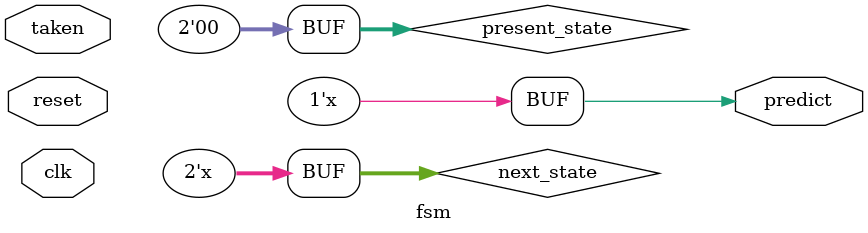
<source format=v>
module fsm(
input reset,taken,clk,
output reg predict
);

localparam A=2'b00;
localparam B=2'b01;
localparam C=2'b10;
localparam D=2'b11;

reg [1:0] next_state,present_state;

always@(posedge clk)
begin
if(reset)
present_state<=0;
else
present_state<=next_state;
end

always@(*)
begin

case(present_state)
A:
  begin
	if(taken==1)
	 begin
	 next_state=A;
	 predict=1'b1;
	 end
 	else
	 begin
	 next_state=B;
	 predict=1'b1;
	 end
 end
B:
  begin
	if(taken==1)
	 begin
	 next_state=A;
	 predict=1'b1;
	 end
 	else
	 begin
	 next_state=C;
	 predict=1'b0;
	 end
 end
C:
    begin
	if(taken==1)
	 begin
	 next_state=D;
	 predict=1'b0;
	 end
 	else
	 begin
	 next_state=C;
	 predict=1'b0;
	 end
 end
D:
    begin
	if(taken==1)
	 begin
	 next_state=A;
	 predict=1'b1;
	 end
 	else
	 begin
	 next_state=C;
	 predict=1'b0;
	 end
    end
default:
begin 
next_state=present_state;
present_state=A;
end
endcase


end
endmodule

</source>
